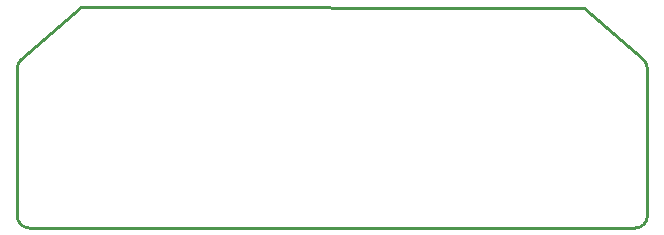
<source format=gbr>
%TF.GenerationSoftware,KiCad,Pcbnew,7.0.9*%
%TF.CreationDate,2024-04-07T02:27:09-04:00*%
%TF.ProjectId,rearbox_peripheral_io_bottom,72656172-626f-4785-9f70-657269706865,rev?*%
%TF.SameCoordinates,Original*%
%TF.FileFunction,Profile,NP*%
%FSLAX46Y46*%
G04 Gerber Fmt 4.6, Leading zero omitted, Abs format (unit mm)*
G04 Created by KiCad (PCBNEW 7.0.9) date 2024-04-07 02:27:09*
%MOMM*%
%LPD*%
G01*
G04 APERTURE LIST*
%TA.AperFunction,Profile*%
%ADD10C,0.250000*%
%TD*%
G04 APERTURE END LIST*
D10*
X50419000Y-80026000D02*
G75*
G03*
X51419000Y-81026000I1000000J0D01*
G01*
X102759000Y-81026000D02*
G75*
G03*
X103759000Y-80026000I0J1000000D01*
G01*
X98420000Y-62370000D02*
X103417504Y-66757191D01*
X102759000Y-81026000D02*
X101323662Y-81026000D01*
X103758982Y-67509768D02*
G75*
G03*
X103417503Y-66757192I-999882J68D01*
G01*
X50760496Y-66757191D02*
X55814360Y-62335853D01*
X55814360Y-62335853D02*
X98420000Y-62370000D01*
X50419000Y-80026000D02*
X50419000Y-67509768D01*
X50760512Y-66757209D02*
G75*
G03*
X50419000Y-67509768I658488J-752591D01*
G01*
X101323662Y-81026000D02*
X51419000Y-81026000D01*
X103759000Y-67509768D02*
X103759000Y-80026000D01*
M02*

</source>
